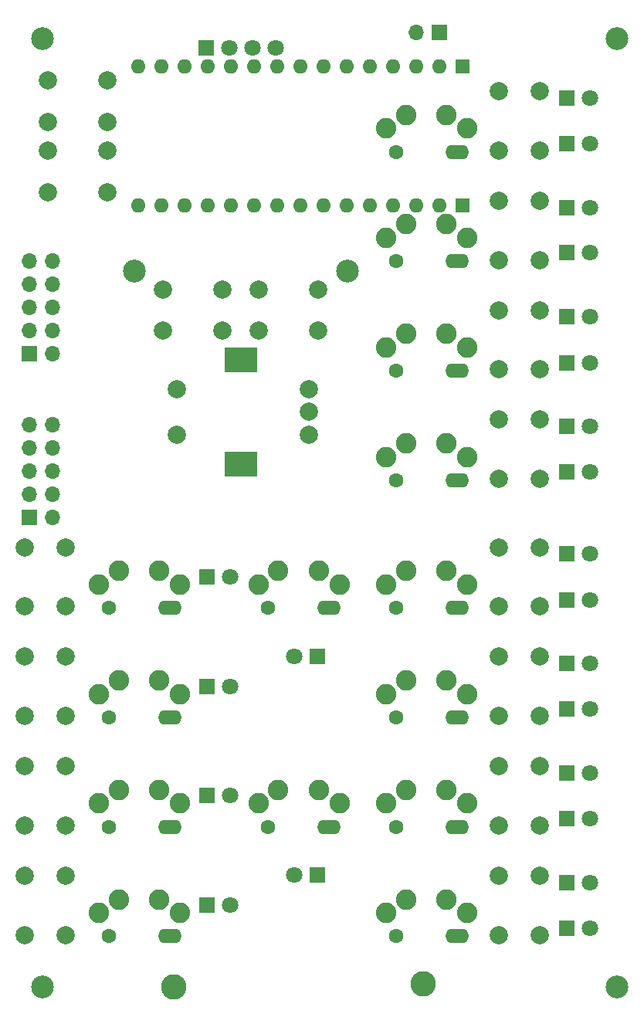
<source format=gbr>
%TF.GenerationSoftware,KiCad,Pcbnew,(6.0.1)*%
%TF.CreationDate,2022-03-20T11:31:47-07:00*%
%TF.ProjectId,main_board,6d61696e-5f62-46f6-9172-642e6b696361,2.0*%
%TF.SameCoordinates,Original*%
%TF.FileFunction,Soldermask,Top*%
%TF.FilePolarity,Negative*%
%FSLAX46Y46*%
G04 Gerber Fmt 4.6, Leading zero omitted, Abs format (unit mm)*
G04 Created by KiCad (PCBNEW (6.0.1)) date 2022-03-20 11:31:47*
%MOMM*%
%LPD*%
G01*
G04 APERTURE LIST*
%ADD10R,1.700000X1.700000*%
%ADD11O,1.700000X1.700000*%
%ADD12R,1.800000X1.800000*%
%ADD13C,1.800000*%
%ADD14C,2.000000*%
%ADD15C,2.250000*%
%ADD16O,2.600000X1.600000*%
%ADD17C,1.600000*%
%ADD18C,2.500000*%
%ADD19R,3.600000X2.800000*%
%ADD20R,1.600000X1.600000*%
%ADD21O,1.600000X1.600000*%
%ADD22C,2.800000*%
G04 APERTURE END LIST*
D10*
X97475000Y-52300000D03*
D11*
X94935000Y-52300000D03*
D12*
X111500000Y-88520000D03*
D13*
X114040000Y-88520000D03*
D12*
X111500000Y-138500000D03*
D13*
X114040000Y-138500000D03*
D12*
X111500000Y-121500000D03*
D13*
X114040000Y-121500000D03*
D14*
X104000000Y-139250000D03*
X104000000Y-132750000D03*
X108500000Y-139250000D03*
X108500000Y-132750000D03*
D12*
X84140000Y-120700000D03*
D13*
X81600000Y-120700000D03*
D14*
X104000000Y-151250000D03*
X104000000Y-144750000D03*
X108500000Y-144750000D03*
X108500000Y-151250000D03*
D15*
X91670000Y-148850000D03*
X100570000Y-148850000D03*
X93820000Y-147350000D03*
X98270000Y-147350000D03*
D16*
X99410000Y-151400000D03*
D17*
X92730000Y-151400000D03*
D14*
X104000000Y-58750000D03*
X104000000Y-65250000D03*
X108500000Y-65250000D03*
X108500000Y-58750000D03*
D12*
X111500000Y-100500000D03*
D13*
X114040000Y-100500000D03*
D12*
X111500000Y-59500000D03*
D13*
X114040000Y-59500000D03*
D14*
X104000000Y-127250000D03*
X104000000Y-120750000D03*
X108500000Y-127250000D03*
X108500000Y-120750000D03*
D12*
X111500000Y-145500000D03*
D13*
X114040000Y-145500000D03*
D14*
X61100000Y-62100000D03*
X54600000Y-62100000D03*
X54600000Y-57600000D03*
X61100000Y-57600000D03*
D18*
X117000000Y-53000000D03*
D12*
X111500000Y-71500000D03*
D13*
X114040000Y-71500000D03*
D15*
X91670000Y-62850000D03*
X100570000Y-62850000D03*
X93820000Y-61350000D03*
X98270000Y-61350000D03*
D16*
X99410000Y-65400000D03*
D17*
X92730000Y-65400000D03*
D14*
X104000000Y-82750000D03*
X104000000Y-89250000D03*
X108500000Y-82750000D03*
X108500000Y-89250000D03*
D15*
X77670000Y-112850000D03*
X86570000Y-112850000D03*
X79820000Y-111350000D03*
X84270000Y-111350000D03*
D16*
X85410000Y-115400000D03*
D17*
X78730000Y-115400000D03*
D14*
X61050000Y-69800000D03*
X54550000Y-69800000D03*
X54550000Y-65300000D03*
X61050000Y-65300000D03*
X52000000Y-144750000D03*
X52000000Y-151250000D03*
X56500000Y-144750000D03*
X56500000Y-151250000D03*
X68700000Y-96400000D03*
X68700000Y-91400000D03*
D19*
X75700000Y-99600000D03*
X75700000Y-88200000D03*
D14*
X83200000Y-96400000D03*
X83200000Y-91400000D03*
X83200000Y-93900000D03*
D12*
X72000000Y-112000000D03*
D13*
X74540000Y-112000000D03*
D14*
X104000000Y-108750000D03*
X104000000Y-115250000D03*
X108500000Y-108750000D03*
X108500000Y-115250000D03*
X52000000Y-108750000D03*
X52000000Y-115250000D03*
X56500000Y-115250000D03*
X56500000Y-108750000D03*
D12*
X111500000Y-64500000D03*
D13*
X114040000Y-64500000D03*
D15*
X77670000Y-136850000D03*
X86570000Y-136850000D03*
X79820000Y-135350000D03*
X84270000Y-135350000D03*
D16*
X85410000Y-139400000D03*
D17*
X78730000Y-139400000D03*
D14*
X52000000Y-132750000D03*
X52000000Y-139250000D03*
X56500000Y-139250000D03*
X56500000Y-132750000D03*
D18*
X54000000Y-53000000D03*
X64050000Y-78500000D03*
D15*
X91670000Y-112850000D03*
X100570000Y-112850000D03*
X93820000Y-111350000D03*
X98270000Y-111350000D03*
D16*
X99410000Y-115400000D03*
D17*
X92730000Y-115400000D03*
D12*
X72000000Y-136000000D03*
D13*
X74540000Y-136000000D03*
D12*
X111500000Y-133500000D03*
D13*
X114040000Y-133500000D03*
D12*
X84140000Y-144700000D03*
D13*
X81600000Y-144700000D03*
D18*
X117000000Y-157000000D03*
D12*
X72000000Y-124000000D03*
D13*
X74540000Y-124000000D03*
D15*
X60170000Y-112850000D03*
X69070000Y-112850000D03*
X62320000Y-111350000D03*
X66770000Y-111350000D03*
D16*
X67910000Y-115400000D03*
D17*
X61230000Y-115400000D03*
D12*
X111500000Y-95500000D03*
D13*
X114040000Y-95500000D03*
D15*
X60170000Y-124850000D03*
X69070000Y-124850000D03*
X62320000Y-123350000D03*
X66770000Y-123350000D03*
D16*
X67910000Y-127400000D03*
D17*
X61230000Y-127400000D03*
D15*
X60170000Y-136850000D03*
X69070000Y-136850000D03*
X62320000Y-135350000D03*
X66770000Y-135350000D03*
D16*
X67910000Y-139400000D03*
D17*
X61230000Y-139400000D03*
D15*
X91670000Y-136850000D03*
X100570000Y-136850000D03*
X93820000Y-135350000D03*
X98270000Y-135350000D03*
D16*
X99410000Y-139400000D03*
D17*
X92730000Y-139400000D03*
D18*
X54000000Y-157000000D03*
D12*
X111500000Y-150500000D03*
D13*
X114040000Y-150500000D03*
D12*
X111500000Y-126500000D03*
D13*
X114040000Y-126500000D03*
D14*
X104000000Y-94750000D03*
X104000000Y-101250000D03*
X108500000Y-94750000D03*
X108500000Y-101250000D03*
D18*
X87450000Y-78500000D03*
D12*
X111500000Y-83500000D03*
D13*
X114040000Y-83500000D03*
D12*
X111500000Y-76450000D03*
D13*
X114040000Y-76450000D03*
D15*
X91670000Y-86850000D03*
X100570000Y-86850000D03*
X93820000Y-85350000D03*
X98270000Y-85350000D03*
D16*
X99410000Y-89400000D03*
D17*
X92730000Y-89400000D03*
D14*
X104000000Y-70750000D03*
X104000000Y-77250000D03*
X108500000Y-70750000D03*
X108500000Y-77250000D03*
D15*
X91670000Y-124850000D03*
X100570000Y-124850000D03*
X93820000Y-123350000D03*
X98270000Y-123350000D03*
D16*
X99410000Y-127400000D03*
D17*
X92730000Y-127400000D03*
D15*
X91670000Y-98850000D03*
X100570000Y-98850000D03*
X93820000Y-97350000D03*
X98270000Y-97350000D03*
D16*
X99410000Y-101400000D03*
D17*
X92730000Y-101400000D03*
D12*
X111500000Y-114500000D03*
D13*
X114040000Y-114500000D03*
D15*
X60170000Y-148850000D03*
X69070000Y-148850000D03*
X62320000Y-147350000D03*
X66770000Y-147350000D03*
D16*
X67910000Y-151400000D03*
D17*
X61230000Y-151400000D03*
D12*
X71940000Y-54000000D03*
D13*
X74480000Y-54000000D03*
X77020000Y-54000000D03*
X79560000Y-54000000D03*
D14*
X52000000Y-120750000D03*
X52000000Y-127250000D03*
X56500000Y-120750000D03*
X56500000Y-127250000D03*
D15*
X91670000Y-74850000D03*
X100570000Y-74850000D03*
X93820000Y-73350000D03*
X98270000Y-73350000D03*
D16*
X99410000Y-77400000D03*
D17*
X92730000Y-77400000D03*
D12*
X111500000Y-109500000D03*
D13*
X114040000Y-109500000D03*
D12*
X72000000Y-148000000D03*
D13*
X74540000Y-148000000D03*
D14*
X77700000Y-80500000D03*
X84200000Y-80500000D03*
X77700000Y-85000000D03*
X84200000Y-85000000D03*
X73700000Y-80500000D03*
X67200000Y-80500000D03*
X67200000Y-85000000D03*
X73700000Y-85000000D03*
D20*
X100000000Y-56060000D03*
D21*
X97460000Y-56060000D03*
X94920000Y-56060000D03*
X92380000Y-56060000D03*
X89840000Y-56060000D03*
X87300000Y-56060000D03*
X84760000Y-56060000D03*
X82220000Y-56060000D03*
X79680000Y-56060000D03*
X77140000Y-56060000D03*
X74600000Y-56060000D03*
X72060000Y-56060000D03*
X69520000Y-56060000D03*
X66980000Y-56060000D03*
X64440000Y-56060000D03*
D10*
X52500000Y-87500000D03*
D11*
X55040000Y-87500000D03*
X52500000Y-84960000D03*
X55040000Y-84960000D03*
X52500000Y-82420000D03*
X55040000Y-82420000D03*
X52500000Y-79880000D03*
X55040000Y-79880000D03*
X52500000Y-77340000D03*
X55040000Y-77340000D03*
D20*
X100000000Y-71300000D03*
D21*
X97460000Y-71300000D03*
X94920000Y-71300000D03*
X92380000Y-71300000D03*
X89840000Y-71300000D03*
X87300000Y-71300000D03*
X84760000Y-71300000D03*
X82220000Y-71300000D03*
X79680000Y-71300000D03*
X77140000Y-71300000D03*
X74600000Y-71300000D03*
X72060000Y-71300000D03*
X69520000Y-71300000D03*
X66980000Y-71300000D03*
X64440000Y-71300000D03*
D10*
X52500000Y-105500000D03*
D11*
X55040000Y-105500000D03*
X52500000Y-102960000D03*
X55040000Y-102960000D03*
X52500000Y-100420000D03*
X55040000Y-100420000D03*
X52500000Y-97880000D03*
X55040000Y-97880000D03*
X52500000Y-95340000D03*
X55040000Y-95340000D03*
D22*
X68400000Y-156950000D03*
X95700000Y-156600000D03*
M02*

</source>
